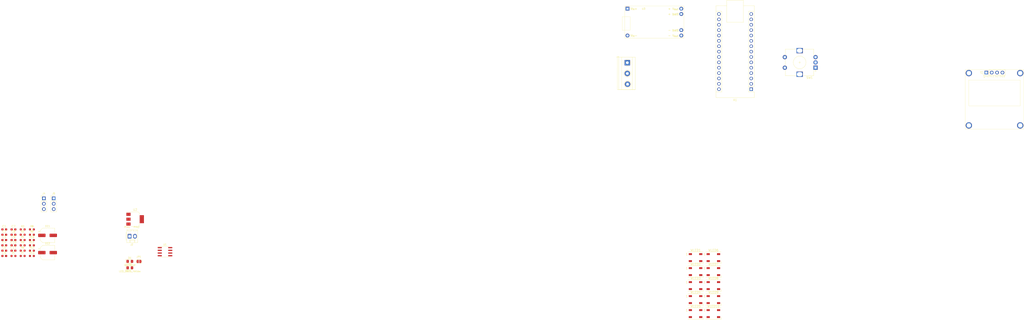
<source format=kicad_pcb>
(kicad_pcb (version 20241229) (generator "pcbnew") (generator_version "9.0")
  (layers (0 "F.Cu" signal) (2 "B.Cu" signal) (13 "F.Paste" user) (15 "B.Paste" user) (5 "F.SilkS" user "F.Silkscreen") (7 "B.SilkS" user "B.Silkscreen") (1 "F.Mask" user) (3 "B.Mask" user) (25 "Edge.Cuts" user))
  (net 0 "")
  (net 1 "ENCODER_DAT")
  (net 4 "BATT_SENSE")
  (net 5 "/3V3_BUS")
  (net 6 "/V_{in}")
  (net 7 "ENCODER_BUTTON")
  (net 9 "SDA")
  (net 13 "Net-(A1-~D6)")
  (net 17 "ENCODER_CLK")
  (net 19 "MOSFET_CTRL")
  (net 22 "GND")
  (net 27 "SCL")
  (net 30 "/V_{charger}")
  (net 31 "GND2")
  (net 34 "Net-(D1-K)")
  (net 35 "Net-(D2-K)")
  (net 36 "/V_{BATT}")
  (net 37 "Net-(J2-Pin_1)")
  (net 38 "LED_DATA")
  (net 39 "LED_DATA_OUT")
  (net 40 "Net-(U1A-+)")
  (net 41 "Net-(U1A--)")
  (net 42 "Net-(WLED1-DIN)")
  (net 44 "Net-(WLED1-DOUT)")
  (net 45 "Net-(WLED2-DOUT)")
  (net 46 "Net-(WLED3-DOUT)")
  (net 47 "Net-(WLED4-DOUT)")
  (net 48 "Net-(WLED5-DOUT)")
  (net 49 "Net-(WLED6-DOUT)")
  (net 50 "Net-(WLED7-DOUT)")
  (net 51 "Net-(WLED8-DOUT)")
  (net 52 "Net-(WLED10-DIN)")
  (footprint "Resistor_SMD:R_0603_1608Metric_Pad0.98x0.95mm_HandSolder" (layer "F.Cu") (at -181.4375 160.22)
    (property "Reference" "R4" (at 0 -1.43 0) (layer "F.SilkS") (effects (font (size 0.8 0.8))))
    (property "Value" "100k")
    (pad "1" smd roundrect (at -0.9125 0) (size 0.975 0.95) (layers "F.Cu" "F.Mask" "F.Paste") (net 40 "Net-(U1A-+)"))
    (pad "2" smd roundrect (at 0.9125 0) (size 0.975 0.95) (layers "F.Cu" "F.Mask" "F.Paste") (net 22 "GND"))
  )
  (footprint "000_Connectors_Immo:Molex_KK-254_AE-6410-02A_1x02_P2.54mm_Vertical_copy" (layer "F.Cu") (at -130.9675 158.44)
    (property "Reference" "J2" (at 1.016 3.937 0) (layer "F.SilkS") (effects (font (size 0.8 0.8))))
    (property "Value" "LiPo-battery-connector")
    (fp_text user "${PIN1}" (at -1.143 -4.318 0) (layer "F.SilkS") (effects (font (size 0.8 0.8))))
    (fp_text user "${PIN2}" (at 3.302 -4.318 0) (layer "F.SilkS") (effects (font (size 0.8 0.8))))
    (pad "1" thru_hole roundrect (at 0 0) (size 1.74 2.19) (drill 1.19) (layers "*.Cu" "*.Mask") (roundrect_rratio 0.143678) (net 37 "Net-(J2-Pin_1)"))
    (pad "2" thru_hole oval (at 2.54 0) (size 1.74 2.19) (drill 1.19) (layers "*.Cu" "*.Mask") (net 36 "/V_{BATT}"))
  )
  (footprint "Resistor_SMD:R_0603_1608Metric_Pad0.98x0.95mm_HandSolder" (layer "F.Cu") (at -181.4375 162.73)
    (property "Reference" "R5" (at 0 -1.43 0) (layer "F.SilkS") (effects (font (size 0.8 0.8))))
    (property "Value" "330k")
    (pad "1" smd roundrect (at -0.9125 0) (size 0.975 0.95) (layers "F.Cu" "F.Mask" "F.Paste") (net 36 "/V_{BATT}"))
    (pad "2" smd roundrect (at 0.9125 0) (size 0.975 0.95) (layers "F.Cu" "F.Mask" "F.Paste") (net 40 "Net-(U1A-+)"))
  )
  (footprint "Connector_PinHeader_2.54mm:PinHeader_1x03_P2.54mm_Vertical" (layer "F.Cu") (at -166.7875 140.52)
    (property "Reference" "J5" (at 0 -2.33 0) (layer "F.SilkS") (effects (font (size 0.8 0.8))))
    (property "Value" "NeoPixel Out")
    (pad "1" thru_hole rect (at 0 0) (size 1.7 1.7) (drill 1) (layers "*.Cu" "*.Mask") (net 31 "GND2"))
    (pad "2" thru_hole oval (at 0 2.54) (size 1.7 1.7) (drill 1) (layers "*.Cu" "*.Mask") (net 39 "LED_DATA_OUT"))
    (pad "3" thru_hole oval (at 0 5.08) (size 1.7 1.7) (drill 1) (layers "*.Cu" "*.Mask") (net 30 "/V_{charger}"))
  )
  (footprint "LED_SMD:LED_WS2812B_PLCC4_5.0x5.0mm_P3.2mm" (layer "F.Cu") (at 136.27 181.77)
    (property "Reference" "WLED3" (at 0 -3.5 0) (layer "F.SilkS"))
    (property "Value" "WS2812B")
    (fp_text user "1" (at -4.15 -1.6 0) (layer "F.SilkS"))
    (pad "1" smd rect (at -2.45 -1.65) (size 1.5 0.9) (layers "F.Cu" "F.Mask" "F.Paste") (net 30 "/V_{charger}"))
    (pad "2" smd rect (at -2.45 1.65) (size 1.5 0.9) (layers "F.Cu" "F.Mask" "F.Paste") (net 46 "Net-(WLED3-DOUT)"))
    (pad "3" smd rect (at 2.45 1.65) (size 1.5 0.9) (layers "F.Cu" "F.Mask" "F.Paste") (net 31 "GND2"))
    (pad "4" smd rect (at 2.45 -1.65) (size 1.5 0.9) (layers "F.Cu" "F.Mask" "F.Paste") (net 45 "Net-(WLED2-DOUT)"))
  )
  (footprint "Capacitor_SMD:C_0603_1608Metric_Pad1.08x0.95mm_HandSolder" (layer "F.Cu") (at -185.7875 165.24)
    (property "Reference" "C11" (at 0 -1.43 0) (layer "F.SilkS"))
    (property "Value" "100n")
    (pad "1" smd roundrect (at -0.8625 0) (size 1.075 0.95) (layers "F.Cu" "F.Mask" "F.Paste") (net 30 "/V_{charger}"))
    (pad "2" smd roundrect (at 0.8625 0) (size 1.075 0.95) (layers "F.Cu" "F.Mask" "F.Paste") (net 31 "GND2"))
  )
  (footprint "Resistor_SMD:R_0603_1608Metric_Pad0.98x0.95mm_HandSolder" (layer "F.Cu") (at -177.0875 167.75)
    (property "Reference" "R13" (at 0 -1.43 0) (layer "F.SilkS") (effects (font (size 0.8 0.8))))
    (property "Value" "470r")
    (pad "1" smd roundrect (at -0.9125 0) (size 0.975 0.95) (layers "F.Cu" "F.Mask" "F.Paste") (net 35 "Net-(D2-K)"))
    (pad "2" smd roundrect (at 0.9125 0) (size 0.975 0.95) (layers "F.Cu" "F.Mask" "F.Paste") (net 31 "GND2"))
  )
  (footprint "Package_SO:SOIC-8_3.9x4.9mm_P1.27mm" (layer "F.Cu") (at -114.235 165.735)
    (property "Reference" "U1" (at 0 -3.4 0) (layer "F.SilkS") (effects (font (size 0.8 0.8))))
    (property "Value" "LM358")
    (pad "1" smd roundrect (at -2.475 -1.905) (size 1.95 0.6) (layers "F.Cu" "F.Mask" "F.Paste") (net 4 "BATT_SENSE"))
    (pad "2" smd roundrect (at -2.475 -0.635) (size 1.95 0.6) (layers "F.Cu" "F.Mask" "F.Paste") (net 41 "Net-(U1A--)"))
    (pad "3" smd roundrect (at -2.475 0.635) (size 1.95 0.6) (layers "F.Cu" "F.Mask" "F.Paste") (net 40 "Net-(U1A-+)"))
    (pad "4" smd roundrect (at -2.475 1.905) (size 1.95 0.6) (layers "F.Cu" "F.Mask" "F.Paste") (net 22 "GND"))
    (pad "5" smd roundrect (at 2.475 1.905) (size 1.95 0.6) (layers "F.Cu" "F.Mask" "F.Paste") (net 22 "GND"))
    (pad "6" smd roundrect (at 2.475 0.635) (size 1.95 0.6) (layers "F.Cu" "F.Mask" "F.Paste") (net 22 "GND"))
    (pad "7" smd roundrect (at 2.475 -0.635) (size 1.95 0.6) (layers "F.Cu" "F.Mask" "F.Paste"))
    (pad "8" smd roundrect (at 2.475 -1.905) (size 1.95 0.6) (layers "F.Cu" "F.Mask" "F.Paste") (net 30 "/V_{charger}"))
  )
  (footprint "Capacitor_SMD:C_0603_1608Metric_Pad1.08x0.95mm_HandSolder" (layer "F.Cu") (at -185.7875 160.22)
    (property "Reference" "C9" (at 0 -1.43 0) (layer "F.SilkS"))
    (property "Value" "100n")
    (pad "1" smd roundrect (at -0.8625 0) (size 1.075 0.95) (layers "F.Cu" "F.Mask" "F.Paste") (net 30 "/V_{charger}"))
    (pad "2" smd roundrect (at 0.8625 0) (size 1.075 0.95) (layers "F.Cu" "F.Mask" "F.Paste") (net 31 "GND2"))
  )
  (footprint "Resistor_SMD:R_0603_1608Metric_Pad0.98x0.95mm_HandSolder" (layer "F.Cu") (at -177.0875 162.73)
    (property "Reference" "R11" (at 0 -1.43 0) (layer "F.SilkS") (effects (font (size 0.8 0.8))))
    (property "Value" "100r")
    (pad "1" smd roundrect (at -0.9125 0) (size 0.975 0.95) (layers "F.Cu" "F.Mask" "F.Paste") (net 42 "Net-(WLED1-DIN)"))
    (pad "2" smd roundrect (at 0.9125 0) (size 0.975 0.95) (layers "F.Cu" "F.Mask" "F.Paste") (net 38 "LED_DATA"))
  )
  (footprint "Capacitor_SMD:CP_Elec_6.3x7.7" (layer "F.Cu") (at -169.6875 166.17)
    (property "Reference" "EC2" (at 0 -4.35 0) (layer "F.SilkS") (effects (font (size 0.8 0.8))))
    (property "Value" "220uF - 16v")
    (pad "1" smd roundrect (at -2.7 0) (size 3.5 1.6) (layers "F.Cu" "F.Mask" "F.Paste") (roundrect_rratio 0.15625) (net 5 "/3V3_BUS"))
    (pad "2" smd roundrect (at 2.7 0) (size 3.5 1.6) (layers "F.Cu" "F.Mask" "F.Paste") (roundrect_rratio 0.15625) (net 22 "GND"))
  )
  (footprint "Resistor_SMD:R_0603_1608Metric_Pad0.98x0.95mm_HandSolder" (layer "F.Cu") (at -181.4375 167.75)
    (property "Reference" "R7" (at 0 -1.43 0) (layer "F.SilkS") (effects (font (size 0.8 0.8))))
    (property "Value" "100k")
    (pad "1" smd roundrect (at -0.9125 0) (size 0.975 0.95) (layers "F.Cu" "F.Mask" "F.Paste") (net 22 "GND"))
    (pad "2" smd roundrect (at 0.9125 0) (size 0.975 0.95) (layers "F.Cu" "F.Mask" "F.Paste") (net 41 "Net-(U1A--)"))
  )
  (footprint "Resistor_SMD:R_0603_1608Metric_Pad0.98x0.95mm_HandSolder" (layer "F.Cu") (at -181.4375 157.71)
    (property "Reference" "R3" (at 0 -1.43 0) (layer "F.SilkS") (effects (font (size 0.8 0.8))))
    (property "Value" "100r")
    (pad "1" smd roundrect (at -0.9125 0) (size 0.975 0.95) (layers "F.Cu" "F.Mask" "F.Paste") (net 13 "Net-(A1-~D6)"))
    (pad "2" smd roundrect (at 0.9125 0) (size 0.975 0.95) (layers "F.Cu" "F.Mask" "F.Paste") (net 38 "LED_DATA"))
  )
  (footprint "Diode_SMD:D_0805_2012Metric_Pad1.15x1.40mm_HandSolder" (layer "F.Cu") (at -130.8425 170.315)
    (property "Reference" "D1" (at 0 -1.65 0) (layer "F.SilkS") (effects (font (size 0.8 0.8))))
    (property "Value" "led-blue" (at 0 1.65 0) (layer "F.SilkS") (effects (font (size 0.8 0.8))))
    (pad "1" smd roundrect (at -1.025 0) (size 1.15 1.4) (layers "F.Cu" "F.Mask" "F.Paste") (roundrect_rratio 0.217391) (net 34 "Net-(D1-K)"))
    (pad "2" smd roundrect (at 1.025 0) (size 1.15 1.4) (layers "F.Cu" "F.Mask" "F.Paste") (roundrect_rratio 0.217391) (net 19 "MOSFET_CTRL"))
  )
  (footprint "Resistor_SMD:R_0603_1608Metric_Pad0.98x0.95mm_HandSolder" (layer "F.Cu") (at -177.0875 160.22)
    (property "Reference" "R10" (at 0 -1.43 0) (layer "F.SilkS") (effects (font (size 0.8 0.8))))
    (property "Value" "10k")
    (pad "1" smd roundrect (at -0.9125 0) (size 0.975 0.95) (layers "F.Cu" "F.Mask" "F.Paste") (net 1 "ENCODER_DAT"))
    (pad "2" smd roundrect (at 0.9125 0) (size 0.975 0.95) (layers "F.Cu" "F.Mask" "F.Paste") (net 22 "GND"))
  )
  (footprint "Capacitor_SMD:C_0603_1608Metric_Pad1.08x0.95mm_HandSolder" (layer "F.Cu") (at -185.7875 157.71)
    (property "Reference" "C8" (at 0 -1.43 0) (layer "F.SilkS"))
    (property "Value" "100n")
    (pad "1" smd roundrect (at -0.8625 0) (size 1.075 0.95) (layers "F.Cu" "F.Mask" "F.Paste") (net 30 "/V_{charger}"))
    (pad "2" smd roundrect (at 0.8625 0) (size 1.075 0.95) (layers "F.Cu" "F.Mask" "F.Paste") (net 31 "GND2"))
  )
  (footprint "LED_SMD:LED_WS2812B_PLCC4_5.0x5.0mm_P3.2mm" (layer "F.Cu") (at 144.69 181.77)
    (property "Reference" "WLED8" (at 0 -3.5 0) (layer "F.SilkS"))
    (property "Value" "WS2812B")
    (fp_text user "1" (at -4.15 -1.6 0) (layer "F.SilkS"))
    (pad "1" smd rect (at -2.45 -1.65) (size 1.5 0.9) (layers "F.Cu" "F.Mask" "F.Paste") (net 30 "/V_{charger}"))
    (pad "2" smd rect (at -2.45 1.65) (size 1.5 0.9) (layers "F.Cu" "F.Mask" "F.Paste") (net 51 "Net-(WLED8-DOUT)"))
    (pad "3" smd rect (at 2.45 1.65) (size 1.5 0.9) (layers "F.Cu" "F.Mask" "F.Paste") (net 31 "GND2"))
    (pad "4" smd rect (at 2.45 -1.65) (size 1.5 0.9) (layers "F.Cu" "F.Mask" "F.Paste") (net 50 "Net-(WLED7-DOUT)"))
  )
  (footprint "Capacitor_SMD:C_0603_1608Metric_Pad1.08x0.95mm_HandSolder" (layer "F.Cu") (at -185.7875 155.2)
    (property "Reference" "C7" (at 0 -1.43 0) (layer "F.SilkS"))
    (property "Value" "100n")
    (pad "1" smd roundrect (at -0.8625 0) (size 1.075 0.95) (layers "F.Cu" "F.Mask" "F.Paste") (net 30 "/V_{charger}"))
    (pad "2" smd roundrect (at 0.8625 0) (size 1.075 0.95) (layers "F.Cu" "F.Mask" "F.Paste"))
  )
  (footprint "000_ICs_Immo:SOT-223-3_TabPin2_1" (layer "F.Cu") (at -128.3375 150.37)
    (property "Reference" "U2" (at 0 -4.5 0) (layer "F.SilkS"))
    (property "Value" "LM1117-3.3")
    (pad "1" smd rect (at -3.15 -2.3) (size 2 1.5) (layers "F.Cu" "F.Mask" "F.Paste") (net 22 "GND"))
    (pad "2" smd rect (at -3.15 0) (size 2 1.5) (layers "F.Cu" "F.Mask" "F.Paste") (net 5 "/3V3_BUS"))
    (pad "2" smd rect (at 3.15 0) (size 2 3.8) (layers "F.Cu" "F.Mask" "F.Paste") (net 5 "/3V3_BUS"))
    (pad "3" smd rect (at -3.15 2.3) (size 2 1.5) (layers "F.Cu" "F.Mask" "F.Paste") (net 30 "/V_{charger}"))
  )
  (footprint "Resistor_SMD:R_0603_1608Metric_Pad0.98x0.95mm_HandSolder" (layer "F.Cu") (at -181.4375 155.2)
    (property "Reference" "R2" (at 0 -1.43 0) (layer "F.SilkS") (effects (font (size 0.8 0.8))))
    (property "Value" "4k7")
    (pad "1" smd roundrect (at -0.9125 0) (size 0.975 0.95) (layers "F.Cu" "F.Mask" "F.Paste") (net 5 "/3V3_BUS"))
    (pad "2" smd roundrect (at 0.9125 0) (size 0.975 0.95) (layers "F.Cu" "F.Mask" "F.Paste") (net 9 "SDA"))
  )
  (footprint "LED_SMD:LED_WS2812B_PLCC4_5.0x5.0mm_P3.2mm" (layer "F.Cu") (at 144.69 195.01)
    (property "Reference" "WLED10" (at 0 -3.5 0) (layer "F.SilkS"))
    (property "Value" "WS2812B")
    (fp_text user "1" (at -4.15 -1.6 0) (layer "F.SilkS"))
    (pad "1" smd rect (at -2.45 -1.65) (size 1.5 0.9) (layers "F.Cu" "F.Mask" "F.Paste") (net 30 "/V_{charger}"))
    (pad "2" smd rect (at -2.45 1.65) (size 1.5 0.9) (layers "F.Cu" "F.Mask" "F.Paste") (net 39 "LED_DATA_OUT"))
    (pad "3" smd rect (at 2.45 1.65) (size 1.5 0.9) (layers "F.Cu" "F.Mask" "F.Paste") (net 31 "GND2"))
    (pad "4" smd rect (at 2.45 -1.65) (size 1.5 0.9) (layers "F.Cu" "F.Mask" "F.Paste") (net 52 "Net-(WLED10-DIN)"))
  )
  (footprint "000-screw-terminals-immo:TerminalBlock_01_03_medium_5.008mm" (layer "F.Cu") (at 104.14 81.28 -90)
    (property "Reference" "J3" (hide yes))
    (property "Value" "NeoPixels")
    (pad "1" thru_hole rect (at -4.9085 0.0915 270) (size 2.6 2.6) (drill 1.3) (layers "*.Cu" "*.Mask") (net 31 "GND2"))
    (pad "2" thru_hole circle (at 0.1715 0.0915 270) (size 2.6 2.6) (drill 1.3) (layers "*.Cu" "*.Mask") (net 38 "LED_DATA"))
    (pad "3" thru_hole circle (at 5.25 -0.0165 270) (size 2.6 2.6) (drill 1.3) (layers "*.Cu" "*.Mask") (net 30 "/V_{charger}"))
  )
  (footprint "Capacitor_SMD:C_0603_1608Metric_Pad1.08x0.95mm_HandSolder" (layer "F.Cu") (at -185.7875 162.73)
    (property "Reference" "C10" (at 0 -1.43 0) (layer "F.SilkS"))
    (property "Value" "100n")
    (pad "1" smd roundrect (at -0.8625 0) (size 1.075 0.95) (layers "F.Cu" "F.Mask" "F.Paste") (net 30 "/V_{charger}"))
    (pad "2" smd roundrect (at 0.8625 0) (size 1.075 0.95) (layers "F.Cu" "F.Mask" "F.Paste"))
  )
  (footprint "000_Modules_Immo:oled-screen-i2c" (layer "F.Cu") (at 273.56 81.03 90)
    (property "Reference" "J1" (at 0 -2.33 90) (layer "F.SilkS"))
    (property "Value" "oled-module")
    (fp_text user "scl" (at -2.25 4 0) (layer "F.SilkS") (effects (font (thickness 0.1)) (justify left bottom)))
    (fp_text user "Vcc" (at -2.25 1.25 0) (layer "F.SilkS") (effects (font (thickness 0.1)) (justify left bottom)))
    (fp_text user "gnd" (at -2.25 -1.5 0) (layer "F.SilkS") (effects (font (thickness 0.1)) (justify left bottom)))
    (fp_text user "sda" (at -2.25 6.25 0) (layer "F.SilkS") (effects (font (thickness 0.1)) (justify left bottom)))
    (pad "" np_thru_hole circle (at -25 -8.25 90) (size 3 3) (drill 2) (layers "*.Cu" "*.Mask"))
    (pad "" np_thru_hole circle (at -25 16 90) (size 3 3) (drill 2) (layers "*.Cu" "*.Mask"))
    (pad "" np_thru_hole circle (at -0.25 -8.25 90) (size 3 3) (drill 2) (layers "*.Cu" "*.Mask"))
    (pad "" np_thru_hole circle (at -0.25 16 90) (size 3 3) (drill 2) (layers "*.Cu" "*.Mask"))
    (pad "1" thru_hole rect (at 0 0 90) (size 1.7 1.7) (drill 1) (layers "*.Cu" "*.Mask") (net 31 "GND2"))
    (pad "2" thru_hole oval (at 0 2.54 90) (size 1.7 1.7) (drill 1) (layers "*.Cu" "*.Mask") (net 5 "/3V3_BUS"))
    (pad "3" thru_hole oval (at 0 5.08 90) (size 1.7 1.7) (drill 1) (layers "*.Cu" "*.Mask") (net 27 "SCL"))
    (pad "4" thru_hole oval (at 0 7.62 90) (size 1.7 1.7) (drill 1) (layers "*.Cu" "*.Mask") (net 9 "SDA"))
  )
  (footprint "Capacitor_SMD:C_0603_1608Metric_Pad1.08x0.95mm_HandSolder" (layer "F.Cu") (at -190.1375 165.24)
    (property "Reference" "C5" (at 0 -1.43 0) (layer "F.SilkS"))
    (property "Value" "100n")
    (pad "1" smd roundrect (at -0.8625 0) (size 1.075 0.95) (layers "F.Cu" "F.Mask" "F.Paste") (net 30 "/V_{charger}"))
    (pad "2" smd roundrect (at 0.8625 0) (size 1.075 0.95) (layers "F.Cu" "F.Mask" "F.Paste") (net 31 "GND2"))
  )
  (footprint "Connector_PinHeader_2.54mm:PinHeader_1x03_P2.54mm_Vertical" (layer "F.Cu") (at -171.4375 140.52)
    (property "Reference" "J4" (at 0 -2.33 0) (layer "F.SilkS") (effects (font (size 0.8 0.8))))
    (property "Value" "NeoPixel In")
    (pad "1" thru_hole rect (at 0 0) (size 1.7 1.7) (drill 1) (layers "*.Cu" "*.Mask") (net 31 "GND2"))
    (pad "2" thru_hole oval (at 0 2.54) (size 1.7 1.7) (drill 1) (layers "*.Cu" "*.Mask") (net 38 "LED_DATA"))
    (pad "3" thru_hole oval (at 0 5.08) (size 1.7 1.7) (drill 1) (layers "*.Cu" "*.Mask") (net 30 "/V_{charger}"))
  )
  (footprint "Resistor_SMD:R_0603_1608Metric_Pad0.98x0.95mm_HandSolder" (layer "F.Cu") (at -185.7875 167.75)
    (property "Reference" "R1" (at 0 -1.43 0) (layer "F.SilkS") (effects (font (size 0.8 0.8))))
    (property "Value" "4k7")
    (pad "1" smd roundrect (at -0.9125 0) (size 0.975 0.95) (layers "F.Cu" "F.Mask" "F.Paste") (net 5 "/3V3_BUS"))
    (pad "2" smd roundrect (at 0.9125 0) (size 0.975 0.95) (layers "F.Cu" "F.Mask" "F.Paste") (net 27 "SCL"))
  )
  (footprint "Module:Arduino_Nano" (layer "F.Cu") (at 162.56 88.9 180)
    (property "Reference" "A1" (at 7.62 -5.08 0) (layer "F.SilkS"))
    (property "Value" "Arduino_Nano_v3.x")
    (pad "1" thru_hole rect (at 0 0 180) (size 1.6 1.6) (drill 1) (layers "*.Cu" "*.Mask"))
    (pad "2" thru_hole oval (at 0 2.54 180) (size 1.6 1.6) (drill 1) (layers "*.Cu" "*.Mask"))
    (pad "3" thru_hole oval (at 0 5.08 180) (size 1.6 1.6) (drill 1) (layers "*.Cu" "*.Mask"))
    (pad "4" thru_hole oval (at 0 7.62 180) (size 1.6 1.6) (drill 1) (layers "*.Cu" "*.Mask") (net 22 "GND"))
    (pad "5" thru_hole oval (at 0 10.16 180) (size 1.6 1.6) (drill 1) (layers "*.Cu" "*.Mask") (net 17 "ENCODER_CLK"))
    (pad "6" thru_hole oval (at 0 12.7 180) (size 1.6 1.6) (drill 1) (layers "*.Cu" "*.Mask") (net 7 "ENCODER_BUTTON"))
    (pad "7" thru_hole oval (at 0 15.24 180) (size 1.6 1.6) (drill 1) (layers "*.Cu" "*.Mask") (net 1 "ENCODER_DAT"))
    (pad "8" thru_hole oval (at 0 17.78 180) (size 1.6 1.6) (drill 1) (layers "*.Cu" "*.Mask"))
    (pad "9" thru_hole oval (at 0 20.32 180) (size 1.6 1.6) (drill 1) (layers "*.Cu" "*.Mask") (net 13 "Net-(A1-~D6)"))
    (pad "10" thru_hole oval (at 0 22.86 180) (size 1.6 1.6) (drill 1) (layers "*.Cu" "*.Mask") (net 19 "MOSFET_CTRL"))
    (pad "11" thru_hole oval (at 0 25.4 180) (size 1.6 1.6) (drill 1) (layers "*.Cu" "*.Mask"))
    (pad "12" thru_hole oval (at 0 27.94 180) (size 1.6 1.6) (drill 1) (layers "*.Cu" "*.Mask"))
    (pad "13" thru_hole oval (at 0 30.48 180) (size 1.6 1.6) (drill 1) (layers "*.Cu" "*.Mask"))
    (pad "14" thru_hole oval (at 0 33.02 180) (size 1.6 1.6) (drill 1) (layers "*.Cu" "*.Mask"))
    (pad "15" thru_hole oval (at 0 35.56 180) (size 1.6 1.6) (drill 1) (layers "*.Cu" "*.Mask"))
    (pad "16" thru_hole oval (at 15.24 35.56 180) (size 1.6 1.6) (drill 1) (layers "*.Cu" "*.Mask"))
    (pad "17" thru_hole oval (at 15.24 33.02 180) (size 1.6 1.6) (drill 1) (layers "*.Cu" "*.Mask") (net 5 "/3V3_BUS"))
    (pad "18" thru_hole oval (at 15.24 30.48 180) (size 1.6 1.6) (drill 1) (layers "*.Cu" "*.Mask"))
    (pad "19" thru_hole oval (at 15.24 27.94 180) (size 1.6 1.6) (drill 1) (layers "*.Cu" "*.Mask") (net 4 "BATT_SENSE"))
    (pad "20" thru_hole oval (at 15.24 25.4 180) (size 1.6 1.6) (drill 1) (layers "*.Cu" "*.Mask"))
    (pad "21" thru_hole oval (at 15.24 22.86 180) (size 1.6 1.6) (drill 1) (layers "*.Cu" "*.Mask"))
    (pad "22" thru_hole oval (at 15.24 20.32 180) (size 1.6 1.6) (drill 1) (layers "*.Cu" "*.Mask"))
    (pad "23" thru_hole oval (at 15.24 17.78 180) (size 1.6 1.6) (drill 1) (layers "*.Cu" "*.Mask") (net 9 "SDA"))
    (pad "24" thru_hole oval (at 15.24 15.24 180) (size 1.6 1.6) (drill 1) (layers "*.Cu" "*.Mask") (net 27 "SCL"))
    (pad "25" thru_hole oval (at 15.24 12.7 180) (size 1.6 1.6) (drill 1) (layers "*.Cu" "*.Mask"))
    (pad "26" thru_hole oval (at 15.24 10.16 180) (size 1.6 1.6) (drill 1) (layers "*.Cu" "*.Mask"))
    (pad "27" thru_hole oval (at 15.24 7.62 180) (size 1.6 1.6) (drill 1) (layers "*.Cu" "*.Mask"))
    (pad "28" thru_hole oval (at 15.24 5.08 180) (size 1.6 1.6) (drill 1) (layers "*.Cu" "*.Mask"))
    (pad "29" thru_hole oval (at 15.24 2.54 180) (size 1.6 1.6) (drill 1) (layers "*.Cu" "*.Mask") (net 22 "GND"))
    (pad "30" thru_hole oval (at 15.24 0 180) (size 1.6 1.6) (drill 1) (layers "*.Cu" "*.Mask") (net 6 "/V_{in}"))
  )
  (footprint "Rotary_Encoder:RotaryEncoder_Alps_EC12E-Switch_Vertical_H20mm" (layer "F.Cu") (at 192.92 78.74 180)
    (property "Reference" "SW1" (at 2.8 -4.7 0) (layer "F.SilkS"))
    (property "Value" "Rotary_Encoder_Switch")
    (pad "A" thru_hole rect (at 0 0 180) (size 2 2) (drill 1) (layers "*.Cu" "*.Mask") (net 17 "ENCODER_CLK"))
    (pad "B" thru_hole circle (at 0 5 180) (size 2 2) (drill 1) (layers "*.Cu" "*.Mask") (net 1 "ENCODER_DAT"))
    (pad "C" thru_hole circle (at 0 2.5 180) (size 2 2) (drill 1) (layers "*.Cu" "*.Mask") (net 5 "/3V3_BUS"))
    (pad "MP" thru_hole rect (at 7.5 -3.1 180) (size 3 2.5) (drill oval 2.5 2) (layers "*.Cu" "*.Mask"))
    (pad "MP" thru_hole rect (at 7.5 8.1 180) (size 3 2.5) (drill oval 2.5 2) (layers "*.Cu" "*.Mask"))
    (pad "S1" thru_hole circle (at 14.5 0 180) (size 2 2) (drill 1) (layers "*.Cu" "*.Mask") (net 5 "/3V3_BUS"))
    (pad "S2" thru_hole circle (at 14.5 5 180) (size 2 2) (drill 1) (layers "*.Cu" "*.Mask") (net 7 "ENCODER_BUTTON"))
  )
  (footprint "LED_SMD:LED_WS2812B_PLCC4_5.0x5.0mm_P3.2mm" (layer "F.Cu") (at 144.69 188.39)
    (property "Reference" "WLED9" (at 0 -3.5 0) (layer "F.SilkS"))
    (property "Value" "WS2812B")
    (fp_text user "1" (at -4.15 -1.6 0) (layer "F.SilkS"))
    (pad "1" smd rect (at -2.45 -1.65) (size 1.5 0.9) (layers "F.Cu" "F.Mask" "F.Paste") (net 30 "/V_{charger}"))
    (pad "2" smd rect (at -2.45 1.65) (size 1.5 0.9) (layers "F.Cu" "F.Mask" "F.Paste") (net 52 "Net-(WLED10-DIN)"))
    (pad "3" smd rect (at 2.45 1.65) (size 1.5 0.9) (layers "F.Cu" "F.Mask" "F.Paste") (net 31 "GND2"))
    (pad "4" smd rect (at 2.45 -1.65) (size 1.5 0.9) (layers "F.Cu" "F.Mask" "F.Paste") (net 51 "Net-(WLED8-DOUT)"))
  )
  (footprint "Resistor_SMD:R_0603_1608Metric_Pad0.98x0.95mm_HandSolder" (layer "F.Cu") (at -177.0875 157.71)
    (property "Reference" "R9" (at 0 -1.43 0) (layer "F.SilkS") (effects (font (size 0.8 0.8))))
    (property "Value" "10k")
    (pad "1" smd roundrect (at -0.9125 0) (size 0.975 0.95) (layers "F.Cu" "F.Mask" "F.Paste") (net 17 "ENCODER_CLK"))
    (pad "2" smd roundrect (at 0.9125 0) (size 0.975 0.95) (layers "F.Cu" "F.Mask" "F.Paste") (net 22 "GND"))
  )
  (footprint "LED_SMD:LED_WS2812B_PLCC4_5.0x5.0mm_P3.2mm" (layer "F.Cu") (at 136.27 195.01)
    (property "Reference" "WLED5" (at 0 -3.5 0) (layer "F.SilkS"))
    (property "Value" "WS2812B")
    (fp_text user "1" (at -4.15 -1.6 0) (layer "F.SilkS"))
    (pad "1" smd rect (at -2.45 -1.65) (size 1.5 0.9) (layers "F.Cu" "F.Mask" "F.Paste") (net 30 "/V_{charger}"))
    (pad "2" smd rect (at -2.45 1.65) (size 1.5 0.9) (layers "F.Cu" "F.Mask" "F.Paste") (net 48 "Net-(WLED5-DOUT)"))
    (pad "3" smd rect (at 2.45 1.65) (size 1.5 0.9) (layers "F.Cu" "F.Mask" "F.Paste") (net 31 "GND2"))
    (pad "4" smd rect (at 2.45 -1.65) (size 1.5 0.9) (layers "F.Cu" "F.Mask" "F.Paste") (net 47 "Net-(WLED4-DOUT)"))
  )
  (footprint "Capacitor_SMD:C_0603_1608Metric_Pad1.08x0.95mm_HandSolder" (layer "F.Cu") (at -190.1375 155.2)
    (property "Reference" "C1" (at 0 -1.43 0) (layer "F.SilkS"))
    (property "Value" "100n")
    (pad "1" smd roundrect (at -0.8625 0) (size 1.075 0.95) (layers "F.Cu" "F.Mask" "F.Paste") (net 30 "/V_{charger}"))
    (pad "2" smd roundrect (at 0.8625 0) (size 1.075 0.95) (layers "F.Cu" "F.Mask" "F.Paste") (net 22 "GND"))
  )
  (footprint "LED_SMD:LED_WS2812B_PLCC4_5.0x5.0mm_P3.2mm" (layer "F.Cu") (at 144.69 168.53)
    (property "Reference" "WLED6" (at 0 -3.5 0) (layer "F.SilkS"))
    (property "Value" "WS2812B")
    (fp_text user "1" (at -4.15 -1.6 0) (layer "F.SilkS"))
    (pad "1" smd rect (at -2.45 -1.65) (size 1.5 0.9) (layers "F.Cu" "F.Mask" "F.Paste") (net 30 "/V_{charger}"))
    (pad "2" smd rect (at -2.45 1.65) (size 1.5 0.9) (layers "F.Cu" "F.Mask" "F.Paste") (net 49 "Net-(WLED6-DOUT)"))
    (pad "3" smd rect (at 2.45 1.65) (size 1.5 0.9) (layers "F.Cu" "F.Mask" "F.Paste") (net 31 "GND2"))
    (pad "4" smd rect (at 2.45 -1.65) (size 1.5 0.9) (layers "F.Cu" "F.Mask" "F.Paste") (net 48 "Net-(WLED5-DOUT)"))
  )
  (footprint "Jumper:SolderJumper-2_P1.3mm_Open_RoundedPad1.0x1.5mm" (layer "F.Cu") (at -126.5125 170.355)
    (property "Reference" "JP1" (at -0.1 -2.2 0) (layer "F.SilkS") (effects (font (size 0.8 0.8))))
    (property "Value" "gnd-connect")
    (pad "1" smd custom (at -0.65 0) (size 1 0.5) (layers "F.Cu" "F.Mask") (net 22 "GND") (options (clearance outline) (anchor rect)) (primitives (gr_circle (center 0 0.25) (end 0.5 0.25) (width 0) (fill yes)) (gr_circle (center 0 -0.25) (end 0.5 -0.25) (width 0) (fill yes)) (gr_poly (pts (xy 0.5 0.75) (xy 0 0.75) (xy 0 -0.75) (xy 0.5 -0.75)) (width 0) (fill yes))))
    (pad "2" smd custom (at 0.65 0) (size 1 0.5) (layers "F.Cu" "F.Mask") (net 31 "GND2") (options (clearance outline) (anchor rect)) (primitives (gr_circle (center 0 0.25) (end 0.5 0.25) (width 0) (fill yes)) (gr_circle (center 0 -0.25) (end 0.5 -0.25) (width 0) (fill yes)) (gr_poly (pts (xy 0 0.75) (xy -0.5 0.75) (xy -0.5 -0.75) (xy 0 -0.75)) (width 0) (fill yes))))
  )
  (footprint "Capacitor_SMD:C_0603_1608Metric_Pad1.08x0.95mm_HandSolder" (layer "F.Cu") (at -190.1375 157.71)
    (property "Reference" "C2" (at 0 -1.43 0) (layer "F.SilkS"))
    (property "Value" "100n")
    (pad "1" smd roundrect (at -0.8625 0) (size 1.075 0.95) (layers "F.Cu" "F.Mask" "F.Paste") (net 30 "/V_{charger}"))
    (pad "2" smd roundrect (at 0.8625 0) (size 1.075 0.95) (layers "F.Cu" "F.Mask" "F.Paste") (net 31 "GND2"))
  )
  (footprint "Resistor_SMD:R_0603_1608Metric_Pad0.98x0.95mm_HandSolder" (layer "F.Cu") (at -177.0875 165.24)
    (property "Reference" "R12" (at 0 -1.43 0) (layer "F.SilkS") (effects (font (size 0.8 0.8))))
    (property "Value" "470r")
    (pad "1" smd roundrect (at -0.9125 0) (size 0.975 0.95) (layers "F.Cu" "F.Mask" "F.Paste") (net 34 "Net-(D1-K)"))
    (pad "2" smd roundrect (at 0.9125 0) (size 0.975 0.95) (layers "F.Cu" "F.Mask" "F.Paste") (net 22 "GND"))
  )
  (footprint "LED_SMD:LED_WS2812B_PLCC4_5.0x5.0mm_P3.2mm" (layer "F.Cu") (at 144.69 175.15)
    (property "Reference" "WLED7" (at 0 -3.5 0) (layer "F.SilkS"))
    (property "Value" "WS2812B")
    (fp_text user "1" (at -4.15 -1.6 0) (layer "F.SilkS"))
    (pad "1" smd rect (at -2.45 -1.65) (size 1.5 0.9) (layers "F.Cu" "F.Mask" "F.Paste") (net 30 "/V_{charger}"))
    (pad "2" smd rect (at -2.45 1.65) (size 1.5 0.9) (layers "F.Cu" "F.Mask" "F.Paste") (net 50 "Net-(WLED7-DOUT)"))
    (pad "3" smd rect (at 2.45 1.65) (size 1.5 0.9) (layers "F.Cu" "F.Mask" "F.Paste") (net 31 "GND2"))
    (pad "4" smd rect (at 2.45 -1.65) (size 1.5 0.9) (layers "F.Cu" "F.Mask" "F.Paste") (net 49 "Net-(WLED6-DOUT)"))
  )
  (footprint "Resistor_SMD:R_0603_1608Metric_Pad0.98x0.95mm_HandSolder" (layer "F.Cu") (at -181.4375 165.24)
    (property "Reference" "R6" (at 0 -1.43 0) (layer "F.SilkS") (effects (font (size 0.8 0.8))))
    (property "Value" "220k")
    (pad "1" smd roundrect (at -0.9125 0) (size 0.975 0.95) (layers "F.Cu" "F.Mask" "F.Paste") (net 41 "Net-(U1A--)"))
    (pad "2" smd roundrect (at 0.9125 0) (size 0.975 0.95) (layers "F.Cu" "F.Mask" "F.Paste") (net 4 "BATT_SENSE"))
  )
  (footprint "Capacitor_SMD:C_0603_1608Metric_Pad1.08x0.95mm_HandSolder" (layer "F.Cu") (at -190.1375 162.73)
    (property "Reference" "C4" (at 0 -1.43 0) (layer "F.SilkS"))
    (property "Value" "100n")
    (pad "1" smd roundrect (at -0.8625 0) (size 1.075 0.95) (layers "F.Cu" "F.Mask" "F.Paste") (net 30 "/V_{charger}"))
    (pad "2" smd roundrect (at 0.8625 0) (size 1.075 0.95) (layers "F.Cu" "F.Mask" "F.Paste") (net 31 "GND2"))
  )
  (footprint "Capacitor_SMD:CP_Elec_6.3x7.7" (layer "F.Cu") (at -169.6875 158.02)
    (property "Reference" "EC1" (at 0 -4.35 0) (layer "F.SilkS") (effects (font (size 0.8 0.8))))
    (property "Value" "220uF - 16v")
    (pad "1" smd roundrect (at -2.7 0) (size 3.5 1.6) (layers "F.Cu" "F.Mask" "F.Paste") (roundrect_rratio 0.15625) (net 30 "/V_{charger}"))
    (pad "2" smd roundrect (at 2.7 0) (size 3.5 1.6) (layers "F.Cu" "F.Mask" "F.Paste") (roundrect_rratio 0.15625) (net 22 "GND"))
  )
  (footprint "Diode_SMD:D_0805_2012Metric_Pad1.15x1.40mm_HandSolder" (layer "F.Cu") (at -130.8425 173.355)
    (property "Reference" "D2" (at 0 -1.65 0) (layer "F.SilkS") (effects (font (size 0.8 0.8))))
    (property "Value" "LED_0805_Yellow" (at 0 1.65 0) (layer "F.SilkS") (effects (font (size 0.8 0.8))))
    (pad "1" smd roundrect (at -1.025 0) (size 1.15 1.4) (layers "F.Cu" "F.Mask" "F.Paste") (roundrect_rratio 0.217391) (net 35 "Net-(D2-K)"))
    (pad "2" smd roundrect (at 1.025 0) (size 1.15 1.4) (layers "F.Cu" "F.Mask" "F.Paste") (roundrect_rratio 0.217391) (net 30 "/V_{charger}"))
  )
  (footprint "000-industrial:lipo-charging-module" (layer "F.Cu") (at 116.826214 55.899133)
    (property "Reference" "U3" (at -5.08 -5.08 0) (layer "F.SilkS") (effects (font (size 0.8 0.8))))
    (property "Value" "LiPo - Charging Module")
    (fp_text user "V_{in}+" (at -11.43 -4.445 0) (layer "F.SilkS") (effects (font (thickness 0.2) (bold yes)) (justify left bottom)))
    (fp_text user "V_{in}-" (at -11.43 8.255 0) (layer "F.SilkS") (effects (font (thickness 0.2) (bold yes)) (justify left bottom)))
    (fp_text user "- V_{out}" (at 6.35 8.255 0) (layer "F.SilkS") (effects (font (thickness 0.2) (bold yes)) (justify left bottom)))
    (fp_text user "+ V_{out}" (at 6.35 -4.445 0) (layer "F.SilkS") (effects (font (thickness 0.2) (bold yes)) (justify left bottom)))
    (fp_text user "- batt" (at 6.35 5.715 0) (layer "F.SilkS") (effects (font (thickness 0.2) (bold yes)) (justify left bottom)))
    (fp_text user "+ batt" (at 6.35 -1.905 0) (layer "F.SilkS") (effects (font (thickness 0.2) (bold yes)) (justify left bottom)))
    (pad "1" thru_hole rect (at -12.7 -5.08) (size 1.8 1.8) (drill 0.9) (layers "*.Cu" "*.Mask") (net 6 "/V_{in}"))
    (pad "2" thru_hole circle (at -12.7 7.62) (size 1.8 1.8) (drill 0.9) (layers "*.Cu" "*.Mask") (net 22 "GND"))
    (pad "3" thru_hole circle (at 12.713786 5.060867) (size 1.8 1.8) (drill 0.9) (layers "*.Cu" "*.Mask") (net 37 "Net-(J2-Pin_1)"))
    (pad "4" thru_hole circle (at 12.713786 -2.559133) (size 1.8 1.8) (drill 0.9) (layers "*.Cu" "*.Mask") (net 36 "/V_{BATT}"))
    (pad "5" thru_hole circle (at 12.713786 7.600867) (size 1.8 1.8) (drill 0.9) (layers "*.Cu" "*.Mask") (net 22 "GND"))
    (pad "6" thru_hole circle (at 12.7 -5.08) (size 1.8 1.8) (drill 0.9) (layers "*.Cu" "*.Mask") (net 30 "/V_{charger}"))
  )
  (footprint "LED_SMD:LED_WS2812B_PLCC4_5.0x5.0mm_P3.2mm" (layer "F.Cu") (at 136.27 168.53)
    (property "Reference" "WLED1" (at 0 -3.5 0) (layer "F.SilkS"))
    (property "Value" "WS2812B")
    (fp_text user "1" (at -4.15 -1.6 0) (layer "F.SilkS"))
    (pad "1" smd rect (at -2.45 -1.65) (size 1.5 0.9) (layers "F.Cu" "F.Mask" "F.Paste") (net 30 "/V_{charger}"))
    (pad "2" smd rect (at -2.45 1.65) (size 1.5 0.9) (layers "F.Cu" "F.Mask" "F.Paste") (net 44 "Net-(WLED1-DOUT)"))
    (pad "3" smd rect (at 2.45 1.65) (size 1.5 0.9) (layers "F.Cu" "F.Mask" "F.Paste") (net 31 "GND2"))
    (pad "4" smd rect (at 2.45 -1.65) (size 1.5 0.9) (layers "F.Cu" "F.Mask" "F.Paste") (net 42 "Net-(WLED1-DIN)"))
  )
  (footprint "Capacitor_SMD:C_0603_1608Metric_Pad1.08x0.95mm_HandSolder" (layer "F.Cu") (at -190.1375 167.75)
    (property "Reference" "C6" (at 0 -1.43 0) (layer "F.SilkS"))
    (property "Value" "100n")
    (pad "1" smd roundrect (at -0.8625 0) (size 1.075 0.95) (layers "F.Cu" "F.Mask" "F.Paste") (net 30 "/V_{charger}"))
    (pad "2" smd roundrect (at 0.8625 0) (size 1.075 0.95) (layers "F.Cu" "F.Mask" "F.Paste") (net 31 "GND2"))
  )
  (footprint "LED_SMD:LED_WS2812B_PLCC4_5.0x5.0mm_P3.2mm" (layer "F.Cu") (at 136.27 188.39)
    (property "Reference" "WLED4" (at 0 -3.5 0) (layer "F.SilkS"))
    (property "Value" "WS2812B")
    (fp_text user "1" (at -4.15 -1.6 0) (layer "F.SilkS"))
    (pad "1" smd rect (at -2.45 -1.65) (size 1.5 0.9) (layers "F.Cu" "F.Mask" "F.Paste") (net 30 "/V_{charger}"))
    (pad "2" smd rect (at -2.45 1.65) (size 1.5 0.9) (layers "F.Cu" "F.Mask" "F.Paste") (net 47 "Net-(WLED4-DOUT)"))
    (pad "3" smd rect (at 2.45 1.65) (size 1.5 0.9) (layers "F.Cu" "F.Mask" "F.Paste") (net 31 "GND2"))
    (pad "4" smd rect (at 2.45 -1.65) (size 1.5 0.9) (layers "F.Cu" "F.Mask" "F.Paste") (net 46 "Net-(WLED3-DOUT)"))
  )
  (footprint "Capacitor_SMD:C_0603_1608Metric_Pad1.08x0.95mm_HandSolder" (layer "F.Cu") (at -190.1375 160.22)
    (property "Reference" "C3" (at 0 -1.43 0) (layer "F.SilkS"))
    (property "Value" "100n")
    (pad "1" smd roundrect (at -0.8625 0) (size 1.075 0.95) (layers "F.Cu" "F.Mask" "F.Paste") (net 30 "/V_{charger}"))
    (pad "2" smd roundrect (at 0.8625 0) (size 1.075 0.95) (layers "F.Cu" "F.Mask" "F.Paste") (net 31 "GND2"))
  )
  (footprint "Resistor_SMD:R_0603_1608Metric_Pad0.98x0.95mm_HandSolder" (layer "F.Cu") (at -177.0875 155.2)
    (property "Reference" "R8" (at 0 -1.43 0) (layer "F.SilkS") (effects (font (size 0.8 0.8))))
    (property "Value" "10k")
    (pad "1" smd roundrect (at -0.9125 0) (size 0.975 0.95) (layers "F.Cu" "F.Mask" "F.Paste") (net 7 "ENCODER_BUTTON"))
    (pad "2" smd roundrect (at 0.9125 0) (size 0.975 0.95) (layers "F.Cu" "F.Mask" "F.Paste") (net 22 "GND"))
  )
  (footprint "LED_SMD:LED_WS2812B_PLCC4_5.0x5.0mm_P3.2mm" (layer "F.Cu") (at 136.27 175.15)
    (property "Reference" "WLED2" (at 0 -3.5 0) (layer "F.SilkS"))
    (property "Value" "WS2812B")
    (fp_text user "1" (at -4.15 -1.6 0) (layer "F.SilkS"))
    (pad "1" smd rect (at -2.45 -1.65) (size 1.5 0.9) (layers "F.Cu" "F.Mask" "F.Paste") (net 30 "/V_{charger}"))
    (pad "2" smd rect (at -2.45 1.65) (size 1.5 0.9) (layers "F.Cu" "F.Mask" "F.Paste") (net 45 "Net-(WLED2-DOUT)"))
    (pad "3" smd rect (at 2.45 1.65) (size 1.5 0.9) (layers "F.Cu" "F.Mask" "F.Paste") (net 31 "GND2"))
    (pad "4" smd rect (at 2.45 -1.65) (size 1.5 0.9) (layers "F.Cu" "F.Mask" "F.Paste") (net 44 "Net-(WLED1-DOUT)"))
  )
)
</source>
